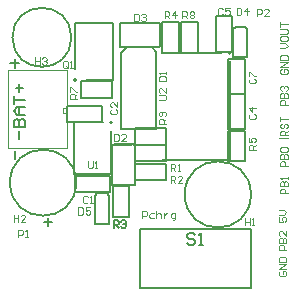
<source format=gto>
G04*
G04 #@! TF.GenerationSoftware,Altium Limited,CircuitStudio,1.5.2 (30)*
G04*
G04 Layer_Color=15065295*
%FSLAX25Y25*%
%MOIN*%
G70*
G01*
G75*
%ADD27C,0.00787*%
%ADD55C,0.00394*%
%ADD56C,0.00591*%
%ADD57C,0.00472*%
%ADD58C,0.00669*%
%ADD59R,0.00787X0.06299*%
%ADD60R,0.06299X0.00787*%
D27*
X21260Y83858D02*
G03*
X21260Y83858I-9843J0D01*
G01*
X81102Y31496D02*
G03*
X81102Y31496I-11024J0D01*
G01*
X22835Y35433D02*
G03*
X22835Y35433I-11024J0D01*
G01*
X22835Y69685D02*
G03*
X22835Y69685I-394J0D01*
G01*
X74410Y78740D02*
G03*
X74410Y78740I-394J0D01*
G01*
X34843Y55512D02*
G03*
X34843Y55512I-394J0D01*
G01*
X44094Y20079D02*
X81102D01*
Y394D02*
Y20079D01*
X44094Y394D02*
X81102D01*
X44094D02*
Y20079D01*
X22441Y88583D02*
X35039D01*
Y69685D02*
Y88583D01*
X25984Y69685D02*
X35039D01*
X22441Y73228D02*
Y88583D01*
X75197Y77165D02*
X79921D01*
X79134Y87402D02*
X79921Y86614D01*
Y77165D02*
Y86614D01*
X75197Y77165D02*
Y86614D01*
X75984Y87402D01*
X79134D01*
X42520Y36220D02*
X52756D01*
X42520D02*
Y41732D01*
X52756D01*
Y36220D02*
Y41732D01*
X51575Y42913D02*
X74016D01*
X51575Y78740D02*
X71260D01*
X74016Y42913D02*
Y75984D01*
X22244Y38189D02*
X34449D01*
X22244D02*
Y55512D01*
X31693D01*
X34449Y38189D02*
Y52756D01*
X73622Y42520D02*
Y52756D01*
X79134D01*
Y42520D02*
Y52756D01*
X73622Y42520D02*
X79134D01*
X51575Y78740D02*
Y88976D01*
X57087D01*
Y78740D02*
Y88976D01*
X51575Y78740D02*
X57087D01*
X42520Y42520D02*
X52756D01*
X42520D02*
Y48031D01*
X52756D01*
Y42520D02*
Y48031D01*
X37402Y80709D02*
Y88583D01*
X50394D01*
X37402Y80709D02*
X50394D01*
Y88583D02*
X51181Y87795D01*
Y81496D02*
Y87795D01*
X50394Y80709D02*
X51181Y81496D01*
X34646Y34646D02*
X42520D01*
X34646D02*
Y47638D01*
X42520Y34646D02*
Y47638D01*
X34646D02*
X35433Y48425D01*
X41732D01*
X42520Y47638D01*
X79134Y64961D02*
Y76772D01*
X73622Y64961D02*
X79134D01*
X73622D02*
Y76772D01*
X79134D01*
X69291Y79134D02*
Y90945D01*
X74803D01*
Y79134D02*
Y90945D01*
X69291Y79134D02*
X74803D01*
X79134Y53150D02*
Y64961D01*
X73622Y53150D02*
X79134D01*
X73622D02*
Y64961D01*
X79134D01*
X19685Y55512D02*
X31496D01*
X19685D02*
Y61024D01*
X31496D01*
Y55512D02*
Y61024D01*
X22441Y32283D02*
X34252D01*
X22441D02*
Y37795D01*
X34252D01*
Y32283D02*
Y37795D01*
X42520Y53543D02*
X52756D01*
Y48031D02*
Y53543D01*
X42520Y48031D02*
X52756D01*
X42520D02*
Y53543D01*
X24409Y69291D02*
X34646D01*
Y63779D02*
Y69291D01*
X24409Y63779D02*
X34646D01*
X24409D02*
Y69291D01*
X63386Y78740D02*
Y88976D01*
X57874Y78740D02*
X63386D01*
X57874D02*
Y88976D01*
X63386D01*
X37795Y53150D02*
X49606D01*
X37795Y78740D02*
X39764Y80709D01*
X48031D01*
X49606Y79134D01*
Y53150D02*
Y79134D01*
X37795Y53150D02*
Y78740D01*
X29134Y21654D02*
X33858D01*
X33071Y31890D02*
X33858Y31102D01*
Y21654D02*
Y31102D01*
X29134Y21654D02*
Y31102D01*
X29921Y31890D01*
X33071D01*
X40551Y24016D02*
Y34252D01*
X35039Y24016D02*
X40551D01*
X35039D02*
Y34252D01*
X40551D01*
X2361Y76772D02*
Y73623D01*
X3936Y75197D02*
X787D01*
D55*
X0Y46850D02*
X19685D01*
X0D02*
Y72835D01*
X19685D01*
Y46850D02*
Y72835D01*
X18504Y60236D02*
X19685D01*
X18504Y58661D02*
Y60236D01*
Y58661D02*
X19685D01*
D56*
X62466Y17847D02*
X61810Y18503D01*
X60498D01*
X59842Y17847D01*
Y17191D01*
X60498Y16535D01*
X61810D01*
X62466Y15879D01*
Y15223D01*
X61810Y14567D01*
X60498D01*
X59842Y15223D01*
X63778Y14567D02*
X65090D01*
X64434D01*
Y18503D01*
X63778Y17847D01*
X35433Y20472D02*
Y22834D01*
X36614D01*
X37007Y22440D01*
Y21653D01*
X36614Y21260D01*
X35433D01*
X36220D02*
X37007Y20472D01*
X37795Y22440D02*
X38188Y22834D01*
X38975D01*
X39369Y22440D01*
Y22047D01*
X38975Y21653D01*
X38582D01*
X38975D01*
X39369Y21260D01*
Y20866D01*
X38975Y20472D01*
X38188D01*
X37795Y20866D01*
X3938Y50000D02*
Y52624D01*
X1970Y53936D02*
X5906D01*
Y55904D01*
X5249Y56560D01*
X4594D01*
X3938Y55904D01*
Y53936D01*
Y55904D01*
X3282Y56560D01*
X2626D01*
X1970Y55904D01*
Y53936D01*
X5906Y57872D02*
X3282D01*
X1970Y59183D01*
X3282Y60495D01*
X5906D01*
X3938D01*
Y57872D01*
X1970Y61807D02*
Y64431D01*
Y63119D01*
X5906D01*
X3938Y65743D02*
Y68367D01*
X2626Y67055D02*
X5249D01*
X2363Y43307D02*
Y45931D01*
D57*
X20078Y74016D02*
Y75590D01*
X19685Y75984D01*
X18898D01*
X18504Y75590D01*
Y74016D01*
X18898Y73622D01*
X19685D01*
X19291Y74409D02*
X20078Y73622D01*
X19685D02*
X20078Y74016D01*
X20865Y73622D02*
X21653D01*
X21259D01*
Y75984D01*
X20865Y75590D01*
X76378Y93700D02*
Y91339D01*
X77559D01*
X77952Y91732D01*
Y93306D01*
X77559Y93700D01*
X76378D01*
X79920Y91339D02*
Y93700D01*
X78739Y92519D01*
X80314D01*
X54331Y35433D02*
Y37795D01*
X55511D01*
X55905Y37401D01*
Y36614D01*
X55511Y36220D01*
X54331D01*
X55118D02*
X55905Y35433D01*
X58266D02*
X56692D01*
X58266Y37007D01*
Y37401D01*
X57873Y37795D01*
X57086D01*
X56692Y37401D01*
X50394Y62992D02*
X52362D01*
X52756Y63386D01*
Y64173D01*
X52362Y64566D01*
X50394D01*
X52756Y66928D02*
Y65354D01*
X51182Y66928D01*
X50788D01*
X50394Y66534D01*
Y65747D01*
X50788Y65354D01*
X9055Y77165D02*
Y74803D01*
Y75984D01*
X10629D01*
Y77165D01*
Y74803D01*
X11417Y76771D02*
X11810Y77165D01*
X12597D01*
X12991Y76771D01*
Y76377D01*
X12597Y75984D01*
X12204D01*
X12597D01*
X12991Y75590D01*
Y75197D01*
X12597Y74803D01*
X11810D01*
X11417Y75197D01*
X26772Y42519D02*
Y40551D01*
X27165Y40157D01*
X27952D01*
X28346Y40551D01*
Y42519D01*
X29133Y40157D02*
X29920D01*
X29527D01*
Y42519D01*
X29133Y42125D01*
X82677Y46457D02*
X80316D01*
Y47637D01*
X80709Y48031D01*
X81497D01*
X81890Y47637D01*
Y46457D01*
Y47244D02*
X82677Y48031D01*
X80316Y50392D02*
Y48818D01*
X81497D01*
X81103Y49605D01*
Y49999D01*
X81497Y50392D01*
X82284D01*
X82677Y49999D01*
Y49212D01*
X82284Y48818D01*
X52362Y90158D02*
Y92519D01*
X53543D01*
X53936Y92125D01*
Y91338D01*
X53543Y90945D01*
X52362D01*
X53149D02*
X53936Y90158D01*
X55904D02*
Y92519D01*
X54724Y91338D01*
X56298D01*
X54331Y39370D02*
Y41732D01*
X55511D01*
X55905Y41338D01*
Y40551D01*
X55511Y40157D01*
X54331D01*
X55118D02*
X55905Y39370D01*
X56692D02*
X57479D01*
X57086D01*
Y41732D01*
X56692Y41338D01*
X42126Y91732D02*
Y89370D01*
X43307D01*
X43700Y89764D01*
Y91338D01*
X43307Y91732D01*
X42126D01*
X44487Y91338D02*
X44881Y91732D01*
X45668D01*
X46062Y91338D01*
Y90944D01*
X45668Y90551D01*
X45275D01*
X45668D01*
X46062Y90157D01*
Y89764D01*
X45668Y89370D01*
X44881D01*
X44487Y89764D01*
X35433Y51574D02*
Y49213D01*
X36614D01*
X37007Y49606D01*
Y51180D01*
X36614Y51574D01*
X35433D01*
X39369Y49213D02*
X37795D01*
X39369Y50787D01*
Y51180D01*
X38975Y51574D01*
X38188D01*
X37795Y51180D01*
X80709Y70078D02*
X80316Y69685D01*
Y68897D01*
X80709Y68504D01*
X82284D01*
X82677Y68897D01*
Y69685D01*
X82284Y70078D01*
X80316Y70865D02*
Y72440D01*
X80709D01*
X82284Y70865D01*
X82677D01*
X71653Y93306D02*
X71259Y93700D01*
X70472D01*
X70079Y93306D01*
Y91732D01*
X70472Y91339D01*
X71259D01*
X71653Y91732D01*
X74015Y93700D02*
X72440D01*
Y92519D01*
X73227Y92913D01*
X73621D01*
X74015Y92519D01*
Y91732D01*
X73621Y91339D01*
X72834D01*
X72440Y91732D01*
X80709Y58267D02*
X80316Y57874D01*
Y57086D01*
X80709Y56693D01*
X82284D01*
X82677Y57086D01*
Y57874D01*
X82284Y58267D01*
X82677Y60235D02*
X80316D01*
X81497Y59054D01*
Y60629D01*
X34646Y59842D02*
X34253Y59448D01*
Y58661D01*
X34646Y58268D01*
X36221D01*
X36614Y58661D01*
Y59448D01*
X36221Y59842D01*
X36614Y62203D02*
Y60629D01*
X35040Y62203D01*
X34646D01*
X34253Y61810D01*
Y61023D01*
X34646Y60629D01*
X26771Y30708D02*
X26378Y31102D01*
X25590D01*
X25197Y30708D01*
Y29134D01*
X25590Y28740D01*
X26378D01*
X26771Y29134D01*
X27558Y28740D02*
X28345D01*
X27952D01*
Y31102D01*
X27558Y30708D01*
X79134Y23621D02*
Y21260D01*
Y22441D01*
X80708D01*
Y23621D01*
Y21260D01*
X81495D02*
X82282D01*
X81889D01*
Y23621D01*
X81495Y23228D01*
X1969Y24802D02*
Y22441D01*
Y23622D01*
X3543D01*
Y24802D01*
Y22441D01*
X5904D02*
X4330D01*
X5904Y24015D01*
Y24409D01*
X5511Y24802D01*
X4724D01*
X4330Y24409D01*
X83071Y90945D02*
Y93306D01*
X84252D01*
X84645Y92913D01*
Y92126D01*
X84252Y91732D01*
X83071D01*
X87007Y90945D02*
X85432D01*
X87007Y92519D01*
Y92913D01*
X86613Y93306D01*
X85826D01*
X85432Y92913D01*
X52756Y55118D02*
X50394D01*
Y56299D01*
X50788Y56692D01*
X51575D01*
X51969Y56299D01*
Y55118D01*
Y55905D02*
X52756Y56692D01*
X52362Y57480D02*
X52756Y57873D01*
Y58660D01*
X52362Y59054D01*
X50788D01*
X50394Y58660D01*
Y57873D01*
X50788Y57480D01*
X51182D01*
X51575Y57873D01*
Y59054D01*
X23228Y63386D02*
X20867D01*
Y64566D01*
X21260Y64960D01*
X22048D01*
X22441Y64566D01*
Y63386D01*
Y64173D02*
X23228Y64960D01*
X20867Y65747D02*
Y67322D01*
X21260D01*
X22835Y65747D01*
X23228D01*
X58268Y90158D02*
Y92519D01*
X59448D01*
X59842Y92125D01*
Y91338D01*
X59448Y90945D01*
X58268D01*
X59055D02*
X59842Y90158D01*
X60629Y92125D02*
X61023Y92519D01*
X61810D01*
X62203Y92125D01*
Y91732D01*
X61810Y91338D01*
X62203Y90945D01*
Y90551D01*
X61810Y90158D01*
X61023D01*
X60629Y90551D01*
Y90945D01*
X61023Y91338D01*
X60629Y91732D01*
Y92125D01*
X61023Y91338D02*
X61810D01*
X50394Y69291D02*
X52756D01*
Y70472D01*
X52362Y70866D01*
X50788D01*
X50394Y70472D01*
Y69291D01*
X52756Y71653D02*
Y72440D01*
Y72046D01*
X50394D01*
X50788Y71653D01*
X23622Y27165D02*
Y24803D01*
X24803D01*
X25196Y25197D01*
Y26771D01*
X24803Y27165D01*
X23622D01*
X27558D02*
X25984D01*
Y25984D01*
X26771Y26377D01*
X27164D01*
X27558Y25984D01*
Y25197D01*
X27164Y24803D01*
X26377D01*
X25984Y25197D01*
X3543Y17323D02*
Y19684D01*
X4724D01*
X5118Y19291D01*
Y18504D01*
X4724Y18110D01*
X3543D01*
X5905Y17323D02*
X6692D01*
X6298D01*
Y19684D01*
X5905Y19291D01*
X44882Y23622D02*
Y25984D01*
X46063D01*
X46456Y25590D01*
Y24803D01*
X46063Y24409D01*
X44882D01*
X48818Y25196D02*
X47637D01*
X47243Y24803D01*
Y24016D01*
X47637Y23622D01*
X48818D01*
X49605Y25984D02*
Y23622D01*
Y24803D01*
X49998Y25196D01*
X50785D01*
X51179Y24803D01*
Y23622D01*
X51966Y25196D02*
Y23622D01*
Y24409D01*
X52360Y24803D01*
X52753Y25196D01*
X53147D01*
X55115Y22835D02*
X55508D01*
X55902Y23228D01*
Y25196D01*
X54721D01*
X54328Y24803D01*
Y24016D01*
X54721Y23622D01*
X55902D01*
X90946Y5905D02*
X90552Y5511D01*
Y4724D01*
X90946Y4331D01*
X92520D01*
X92913Y4724D01*
Y5511D01*
X92520Y5905D01*
X91733D01*
Y5118D01*
X92913Y6692D02*
X90552D01*
X92913Y8266D01*
X90552D01*
Y9054D02*
X92913D01*
Y10234D01*
X92520Y10628D01*
X90946D01*
X90552Y10234D01*
Y9054D01*
X92913Y12992D02*
X90552D01*
Y14173D01*
X90946Y14566D01*
X91733D01*
X92126Y14173D01*
Y12992D01*
X90552Y15354D02*
X92913D01*
Y16534D01*
X92520Y16928D01*
X92126D01*
X91733Y16534D01*
Y15354D01*
Y16534D01*
X91339Y16928D01*
X90946D01*
X90552Y16534D01*
Y15354D01*
X92913Y19289D02*
Y17715D01*
X91339Y19289D01*
X90946D01*
X90552Y18896D01*
Y18109D01*
X90946Y17715D01*
X90552Y24015D02*
Y22441D01*
X91733D01*
X91339Y23228D01*
Y23622D01*
X91733Y24015D01*
X92520D01*
X92913Y23622D01*
Y22835D01*
X92520Y22441D01*
X90552Y24802D02*
X92126D01*
X92913Y25589D01*
X92126Y26377D01*
X90552D01*
X93307Y31890D02*
X90946D01*
Y33070D01*
X91339Y33464D01*
X92126D01*
X92520Y33070D01*
Y31890D01*
X90946Y34251D02*
X93307D01*
Y35432D01*
X92914Y35825D01*
X92520D01*
X92126Y35432D01*
Y34251D01*
Y35432D01*
X91733Y35825D01*
X91339D01*
X90946Y35432D01*
Y34251D01*
X93307Y36613D02*
Y37400D01*
Y37006D01*
X90946D01*
X91339Y36613D01*
X93307Y40945D02*
X90946D01*
Y42126D01*
X91339Y42519D01*
X92126D01*
X92520Y42126D01*
Y40945D01*
X90946Y43306D02*
X93307D01*
Y44487D01*
X92914Y44881D01*
X92520D01*
X92126Y44487D01*
Y43306D01*
Y44487D01*
X91733Y44881D01*
X91339D01*
X90946Y44487D01*
Y43306D01*
X91339Y45668D02*
X90946Y46061D01*
Y46848D01*
X91339Y47242D01*
X92914D01*
X93307Y46848D01*
Y46061D01*
X92914Y45668D01*
X91339D01*
X92520Y50394D02*
X90552D01*
X92914D02*
X93307D01*
Y51181D02*
X90946D01*
Y52362D01*
X91339Y52755D01*
X92126D01*
X92520Y52362D01*
Y51181D01*
Y51968D02*
X93307Y52755D01*
X91339Y55117D02*
X90946Y54723D01*
Y53936D01*
X91339Y53542D01*
X91733D01*
X92126Y53936D01*
Y54723D01*
X92520Y55117D01*
X92914D01*
X93307Y54723D01*
Y53936D01*
X92914Y53542D01*
X90946Y55904D02*
Y57478D01*
Y56691D01*
X93307D01*
Y61417D02*
X90946D01*
Y62598D01*
X91339Y62992D01*
X92126D01*
X92520Y62598D01*
Y61417D01*
X90946Y63779D02*
X93307D01*
Y64960D01*
X92914Y65353D01*
X92520D01*
X92126Y64960D01*
Y63779D01*
Y64960D01*
X91733Y65353D01*
X91339D01*
X90946Y64960D01*
Y63779D01*
X91339Y66140D02*
X90946Y66534D01*
Y67321D01*
X91339Y67715D01*
X91733D01*
X92126Y67321D01*
Y66927D01*
Y67321D01*
X92520Y67715D01*
X92914D01*
X93307Y67321D01*
Y66534D01*
X92914Y66140D01*
X91339Y73228D02*
X90946Y72834D01*
Y72047D01*
X91339Y71653D01*
X92914D01*
X93307Y72047D01*
Y72834D01*
X92914Y73228D01*
X92126D01*
Y72441D01*
X93307Y74015D02*
X90946D01*
X93307Y75589D01*
X90946D01*
Y76376D02*
X93307D01*
Y77557D01*
X92914Y77951D01*
X91339D01*
X90946Y77557D01*
Y76376D01*
Y80315D02*
X92520D01*
X93307Y81102D01*
X92520Y81889D01*
X90946D01*
Y83857D02*
Y83070D01*
X91339Y82676D01*
X92914D01*
X93307Y83070D01*
Y83857D01*
X92914Y84251D01*
X91339D01*
X90946Y83857D01*
Y85038D02*
X92914D01*
X93307Y85431D01*
Y86219D01*
X92914Y86612D01*
X90946D01*
Y87399D02*
Y88974D01*
Y88186D01*
X93307D01*
D58*
X12205Y22440D02*
X14829D01*
X13517Y23752D02*
Y21128D01*
D59*
X50787Y84646D02*
D03*
D60*
X38583Y48031D02*
D03*
M02*

</source>
